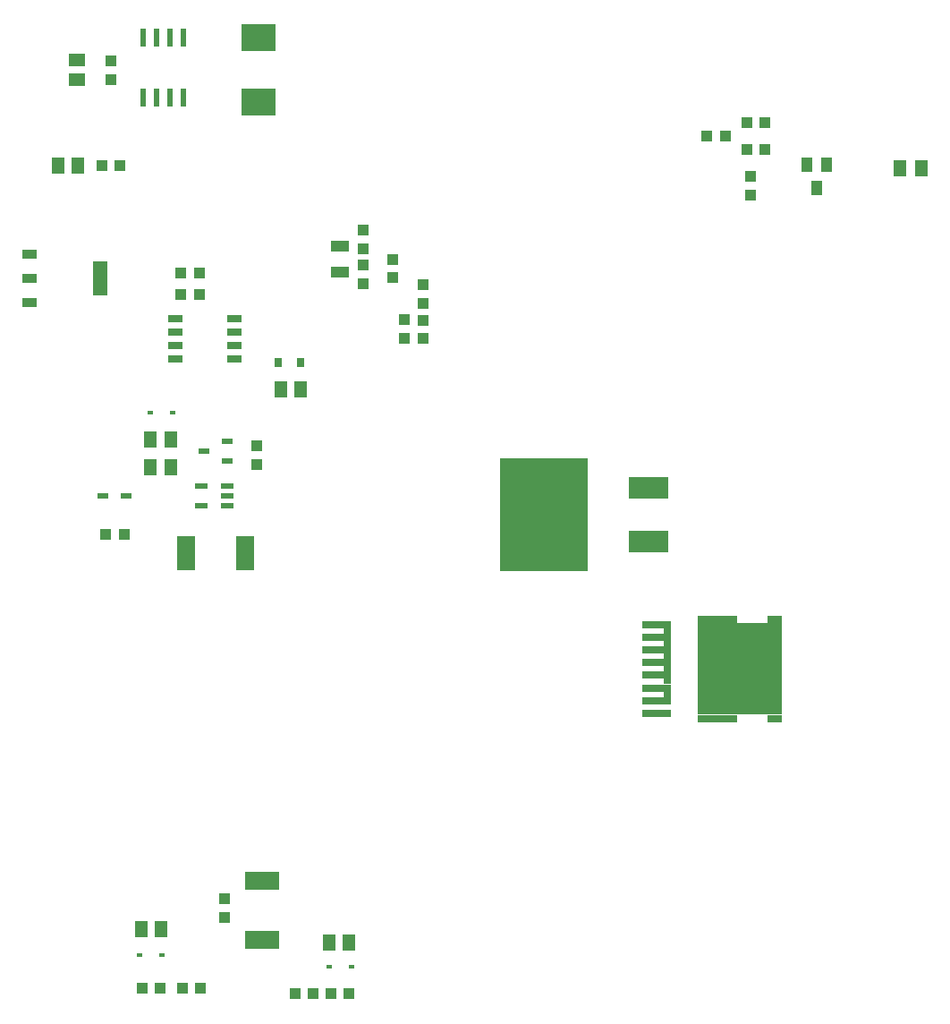
<source format=gbr>
G04 EAGLE Gerber RS-274X export*
G75*
%MOMM*%
%FSLAX34Y34*%
%LPD*%
%INSolderpaste Bottom*%
%IPPOS*%
%AMOC8*
5,1,8,0,0,1.08239X$1,22.5*%
G01*
%ADD10R,1.350000X0.950000*%
%ADD11R,1.350000X3.250000*%
%ADD12R,3.200400X2.565400*%
%ADD13R,0.609600X1.663700*%
%ADD14R,1.080000X1.050000*%
%ADD15R,1.500000X1.300000*%
%ADD16R,1.300000X1.500000*%
%ADD17R,1.050000X1.080000*%
%ADD18R,1.000000X1.100000*%
%ADD19R,1.803400X1.016000*%
%ADD20R,1.100000X1.000000*%
%ADD21R,1.300000X1.600000*%
%ADD22R,1.000000X1.400000*%
%ADD23R,0.600000X0.450000*%
%ADD24R,3.200000X1.800000*%
%ADD25R,1.800000X3.200000*%
%ADD26R,1.000000X0.600000*%
%ADD27R,3.810000X2.032000*%
%ADD28R,8.380000X10.660000*%
%ADD29R,1.470000X0.650000*%
%ADD30R,0.800000X0.900000*%
%ADD31R,1.200000X0.600000*%
%ADD32R,1.050000X0.600000*%
%ADD33R,2.800000X0.800000*%
%ADD34R,8.000000X8.700000*%
%ADD35R,0.800000X0.500000*%
%ADD36R,3.700000X0.700000*%
%ADD37R,1.400000X0.700000*%


D10*
X101120Y707250D03*
X101120Y730250D03*
X101120Y753250D03*
D11*
X168120Y730250D03*
D12*
X317500Y896747D03*
X317500Y957453D03*
D13*
X208280Y957898D03*
X220980Y957898D03*
X233680Y957898D03*
X246380Y957898D03*
X246380Y901383D03*
X233680Y901383D03*
X220980Y901383D03*
X208280Y901383D03*
D14*
X177800Y918350D03*
X177800Y935850D03*
D15*
X146050Y917600D03*
X146050Y936600D03*
D16*
X127660Y836930D03*
X146660Y836930D03*
D17*
X186550Y836930D03*
X169050Y836930D03*
D14*
X473710Y706260D03*
X473710Y723760D03*
X455930Y673240D03*
X455930Y690740D03*
D18*
X473710Y673490D03*
X473710Y690490D03*
D19*
X394970Y735584D03*
X394970Y760476D03*
D14*
X416560Y758330D03*
X416560Y775830D03*
X416560Y742810D03*
X416560Y725310D03*
D20*
X444500Y730640D03*
X444500Y747640D03*
D21*
X924720Y834390D03*
X944720Y834390D03*
D14*
X783590Y809130D03*
X783590Y826630D03*
D22*
X845820Y815770D03*
X855320Y837770D03*
X836320Y837770D03*
D18*
X780170Y877570D03*
X797170Y877570D03*
X780170Y852170D03*
X797170Y852170D03*
D17*
X759320Y864870D03*
X741820Y864870D03*
D18*
X369180Y53340D03*
X352180Y53340D03*
X403470Y53340D03*
X386470Y53340D03*
X245500Y58420D03*
X262500Y58420D03*
X207400Y58420D03*
X224400Y58420D03*
D23*
X226500Y90170D03*
X205300Y90170D03*
X384370Y78740D03*
X405570Y78740D03*
D24*
X321310Y104080D03*
X321310Y160080D03*
D25*
X248860Y469900D03*
X304860Y469900D03*
D26*
X170610Y524510D03*
X192610Y524510D03*
D16*
X215290Y551180D03*
X234290Y551180D03*
X215290Y577850D03*
X234290Y577850D03*
D27*
X687120Y532130D03*
X687120Y481330D03*
D28*
X587970Y506730D03*
D29*
X239050Y654050D03*
X239050Y666750D03*
X239050Y679450D03*
X239050Y692150D03*
X294350Y692150D03*
X294350Y679450D03*
X294350Y666750D03*
X294350Y654050D03*
D17*
X261480Y715010D03*
X243980Y715010D03*
D16*
X338480Y624840D03*
X357480Y624840D03*
D30*
X336210Y650240D03*
X357210Y650240D03*
D31*
X288090Y534010D03*
X288090Y524510D03*
X288090Y515010D03*
X263090Y515010D03*
X263090Y534010D03*
D17*
X172860Y487680D03*
X190360Y487680D03*
D32*
X287860Y575920D03*
X287860Y556920D03*
X265860Y566420D03*
D23*
X236660Y603250D03*
X215460Y603250D03*
D14*
X316230Y571360D03*
X316230Y553860D03*
D33*
X694400Y318650D03*
X694400Y330650D03*
X694400Y342650D03*
X694400Y354650D03*
X694400Y366650D03*
X694400Y378650D03*
X694400Y390650D03*
X694400Y402650D03*
D34*
X773400Y360650D03*
D35*
X704400Y336650D03*
X704400Y348650D03*
X704400Y360650D03*
X704400Y372650D03*
X704400Y384650D03*
X704400Y396650D03*
D36*
X751900Y313650D03*
X751900Y407650D03*
D37*
X806400Y313650D03*
X806400Y407650D03*
D16*
X225400Y114300D03*
X206400Y114300D03*
X384200Y101600D03*
X403200Y101600D03*
D14*
X285750Y125870D03*
X285750Y143370D03*
D17*
X261480Y735330D03*
X243980Y735330D03*
M02*

</source>
